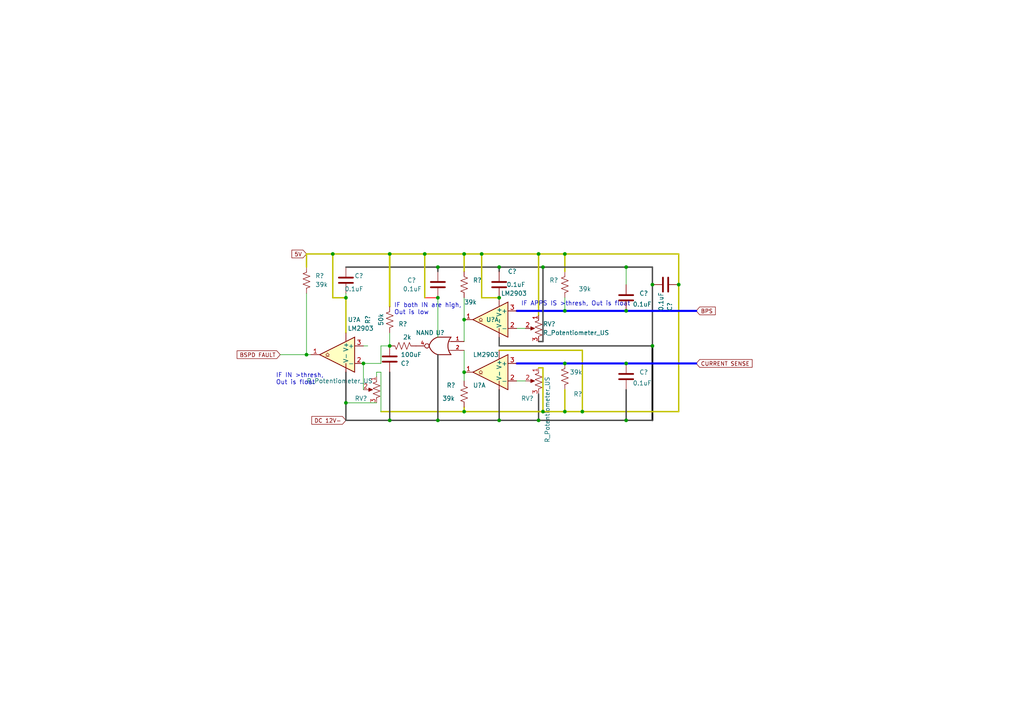
<source format=kicad_sch>
(kicad_sch (version 20211123) (generator eeschema)
  (paper "A4")
  (lib_symbols
    (symbol "74xGxx:74AHC1G02" (pin_names (offset 1.016))
      (property "Reference" "U" (at -2.54 3.81 0))
      (property "Value" "74AHC1G02" (at 0 -3.81 0))
      (symbol "74AHC1G02_0_1"
        (arc (start -3.81 -2.54) (mid -2.919 0) (end -3.81 2.54) (stroke (width 0.254)))
        (arc (start 0 -2.54) (mid 1.5993 -1.6027) (end 2.54 0) (stroke (width 0.254)))
        (polyline (pts (xy -3.81 -1.27) (xy -3.175 -1.27)))
        (polyline (pts (xy -3.81 1.27) (xy -3.175 1.27)))
        (polyline (pts (xy 0 -2.54) (xy -3.81 -2.54)) (stroke (width 0.254)) (fill (type background)))
        (polyline (pts (xy 0 2.54) (xy -3.81 2.54)) (stroke (width 0.254)) (fill (type background)))
        (arc (start 2.54 0) (mid 1.6119 1.6152) (end 0 2.54) (stroke (width 0.254)))
      )
      (symbol "74AHC1G02_1_1"
        (pin input line (at -7.62 1.27 0) (length 3.81) (name "~") (number "1"))
        (pin input line (at -7.62 -1.27 0) (length 3.81) (name "~") (number "2"))
        (pin power_in line (at 0 -2.54 270) (length 0) hide (name "GND") (number "3"))
        (pin output inverted (at 6.35 0 180) (length 3.81) (name "~") (number "4"))
        (pin power_in line (at 0 2.54 90) (length 0) hide (name "VCC") (number "5"))
      )
    )
    (symbol "Device:C" (pin_numbers hide) (pin_names (offset 0.254))
      (property "Reference" "C" (at 0.635 2.54 0))
      (property "Value" "C" (at 0.635 -2.54 0))
      (symbol "C_0_1"
        (polyline (pts (xy -2.032 -0.762) (xy 2.032 -0.762)) (stroke (width 0.508)))
        (polyline (pts (xy -2.032 0.762) (xy 2.032 0.762)) (stroke (width 0.508)))
      )
      (symbol "C_1_1"
        (pin passive line (at 0 3.81 270) (length 2.794) (name "~") (number "1"))
        (pin passive line (at 0 -3.81 90) (length 2.794) (name "~") (number "2"))
      )
    )
    (symbol "Device:R_Potentiometer_US" (pin_names (offset 1.016) hide)
      (property "Reference" "RV" (at -4.445 0 90))
      (property "Value" "R_Potentiometer_US" (at -2.54 0 90))
      (symbol "R_Potentiometer_US_0_1"
        (polyline (pts (xy 0 -2.286) (xy 0 -2.54)))
        (polyline (pts (xy 0 2.54) (xy 0 2.286)))
        (polyline (pts (xy 2.54 0) (xy 1.524 0)))
        (polyline (pts (xy 1.143 0) (xy 2.286 0.508) (xy 2.286 -0.508) (xy 1.143 0)) (fill (type outline)))
        (polyline (pts (xy 0 -0.762) (xy 1.016 -1.143) (xy 0 -1.524) (xy -1.016 -1.905) (xy 0 -2.286)))
        (polyline (pts (xy 0 0.762) (xy 1.016 0.381) (xy 0 0) (xy -1.016 -0.381) (xy 0 -0.762)))
        (polyline (pts (xy 0 2.286) (xy 1.016 1.905) (xy 0 1.524) (xy -1.016 1.143) (xy 0 0.762)))
      )
      (symbol "R_Potentiometer_US_1_1"
        (pin passive line (at 0 3.81 270) (length 1.27) (name "1") (number "1"))
        (pin passive line (at 3.81 0 180) (length 1.27) (name "2") (number "2"))
        (pin passive line (at 0 -3.81 90) (length 1.27) (name "3") (number "3"))
      )
    )
    (symbol "Device:R_US" (pin_numbers hide) (pin_names (offset 0))
      (property "Reference" "R" (at 2.54 0 90))
      (property "Value" "R_US" (at -2.54 0 90))
      (symbol "R_US_0_1"
        (polyline (pts (xy 0 -2.286) (xy 0 -2.54)))
        (polyline (pts (xy 0 2.286) (xy 0 2.54)))
        (polyline (pts (xy 0 -0.762) (xy 1.016 -1.143) (xy 0 -1.524) (xy -1.016 -1.905) (xy 0 -2.286)))
        (polyline (pts (xy 0 0.762) (xy 1.016 0.381) (xy 0 0) (xy -1.016 -0.381) (xy 0 -0.762)))
        (polyline (pts (xy 0 2.286) (xy 1.016 1.905) (xy 0 1.524) (xy -1.016 1.143) (xy 0 0.762)))
      )
      (symbol "R_US_1_1"
        (pin passive line (at 0 3.81 270) (length 1.27) (name "~") (number "1"))
        (pin passive line (at 0 -3.81 90) (length 1.27) (name "~") (number "2"))
      )
    )
    (symbol "FSAE DMS-23 Components:LM2903" (pin_names (offset 0.127))
      (property "Reference" "U" (at 3.81 3.81 0))
      (property "Value" "LM2903" (at 6.35 -3.81 0))
      (symbol "LM2903_0_0"
        (text "" (at -2.54 -5.08 0) (effects (font (size 1.27 1.27))))
      )
      (symbol "LM2903_1_1"
        (polyline (pts (xy -5.08 5.08) (xy 5.08 0) (xy -5.08 -5.08) (xy -5.08 5.08)) (stroke (width 0.254)) (fill (type background)))
        (polyline (pts (xy 3.302 -0.508) (xy 2.794 -0.508) (xy 3.302 0) (xy 2.794 0.508) (xy 2.286 0) (xy 2.794 -0.508) (xy 2.286 -0.508)) (stroke (width 0.127)))
        (pin input line (at -2.54 6.35 270) (length 2.54) (name "V+") (number ""))
        (pin input line (at -2.54 -5.08 90) (length 2.54) (name "V-") (number ""))
        (pin open_collector line (at 7.62 0 180) (length 2.54) (name "~") (number "1"))
        (pin input line (at -7.62 -2.54 0) (length 2.54) (name "-") (number "2"))
        (pin input line (at -7.62 2.54 0) (length 2.54) (name "+") (number "3"))
      )
      (symbol "LM2903_2_1"
        (polyline (pts (xy -5.08 5.08) (xy 5.08 0) (xy -5.08 -5.08) (xy -5.08 5.08)) (stroke (width 0.254)) (fill (type background)))
        (polyline (pts (xy 3.302 -0.508) (xy 2.794 -0.508) (xy 3.302 0) (xy 2.794 0.508) (xy 2.286 0) (xy 2.794 -0.508) (xy 2.286 -0.508)) (stroke (width 0.127)))
        (pin input line (at -7.62 2.54 0) (length 2.54) (name "+") (number "5"))
        (pin input line (at -7.62 -2.54 0) (length 2.54) (name "-") (number "6"))
        (pin open_collector line (at 7.62 0 180) (length 2.54) (name "~") (number "7"))
      )
      (symbol "LM2903_3_1"
        (pin power_in line (at -2.54 -7.62 90) (length 3.81) (name "V-") (number "4"))
        (pin power_in line (at -2.54 7.62 270) (length 3.81) (name "V+") (number "8"))
      )
    )
  )
  (junction (at 181.61 90.17))
  (junction (at 96.52 73.66))
  (junction (at 113.03 73.66))
  (junction (at 134.62 107.95))
  (junction (at 181.61 77.47))
  (junction (at 100.33 116.84))
  (junction (at 189.23 82.55))
  (junction (at 144.78 77.47))
  (junction (at 196.85 82.55))
  (junction (at 168.91 119.38))
  (junction (at 113.03 100.33))
  (junction (at 163.83 73.66))
  (junction (at 156.21 73.66))
  (junction (at 88.9 102.87))
  (junction (at 134.62 73.66))
  (junction (at 181.61 105.41))
  (junction (at 127 121.92))
  (junction (at 105.41 105.41))
  (junction (at 163.83 105.41))
  (junction (at 123.19 73.66))
  (junction (at 189.23 100.33))
  (junction (at 163.83 90.17))
  (junction (at 134.62 92.71))
  (junction (at 127 86.36))
  (junction (at 144.78 121.92))
  (junction (at 113.03 121.92))
  (junction (at 163.83 119.38))
  (junction (at 181.61 121.92))
  (junction (at 157.48 77.47))
  (junction (at 156.21 121.92))
  (junction (at 134.62 119.38))
  (junction (at 157.48 119.38))
  (junction (at 100.33 86.36))
  (junction (at 139.7 73.66))
  (junction (at 144.78 86.36))
  (junction (at 127 77.47))
  (wire (pts (xy 156.21 114.3) (xy 156.21 121.92)) (stroke (width 0.4) (color 72 72 72 1)))
  (wire (pts (xy 189.23 77.47) (xy 189.23 82.55)) (stroke (width 0.4) (color 72 72 72 1)))
  (wire (pts (xy 181.61 77.47) (xy 181.61 82.55)))
  (wire (pts (xy 181.61 105.41) (xy 201.93 105.41)) (stroke (width 0.6) (color 0 0 255 1)))
  (wire (pts (xy 100.33 86.36) (xy 100.33 85.09)))
  (wire (pts (xy 96.52 86.36) (xy 96.52 73.66)) (stroke (width 0.4) (color 194 194 0 1)))
  (wire (pts (xy 149.86 110.49) (xy 152.4 110.49)))
  (wire (pts (xy 134.62 119.38) (xy 157.48 119.38)) (stroke (width 0.4) (color 194 194 0 1)))
  (wire (pts (xy 96.52 73.66) (xy 113.03 73.66)) (stroke (width 0.4) (color 194 194 0 1)))
  (wire (pts (xy 100.33 116.84) (xy 109.22 116.84)))
  (wire (pts (xy 110.49 107.95) (xy 109.22 107.95)))
  (wire (pts (xy 113.03 73.66) (xy 113.03 88.9)) (stroke (width 0.5) (color 194 194 0 1)))
  (wire (pts (xy 123.19 86.36) (xy 123.19 73.66)) (stroke (width 0.4) (color 194 194 0 1)))
  (wire (pts (xy 88.9 85.09) (xy 88.9 102.87)))
  (wire (pts (xy 156.21 121.92) (xy 181.61 121.92)) (stroke (width 0.4) (color 72 72 72 1)))
  (wire (pts (xy 157.48 77.47) (xy 144.78 77.47)) (stroke (width 0.4) (color 72 72 72 1)))
  (wire (pts (xy 157.48 119.38) (xy 163.83 119.38)) (stroke (width 0.4) (color 194 194 0 1)))
  (wire (pts (xy 81.28 102.87) (xy 88.9 102.87)))
  (wire (pts (xy 110.49 100.33) (xy 113.03 100.33)))
  (wire (pts (xy 168.91 119.38) (xy 196.85 119.38)) (stroke (width 0.4) (color 194 194 0 1)))
  (wire (pts (xy 196.85 73.66) (xy 196.85 82.55)) (stroke (width 0.4) (color 194 194 0 1)))
  (wire (pts (xy 163.83 113.03) (xy 163.83 119.38)) (stroke (width 0.4) (color 194 194 0 1)))
  (wire (pts (xy 113.03 107.95) (xy 113.03 121.92)) (stroke (width 0.4) (color 72 72 72 1)))
  (wire (pts (xy 127 86.36) (xy 127 97.79)))
  (wire (pts (xy 163.83 119.38) (xy 168.91 119.38)) (stroke (width 0.4) (color 194 194 0 1)))
  (wire (pts (xy 149.86 95.25) (xy 152.4 95.25)))
  (wire (pts (xy 156.21 106.68) (xy 157.48 106.68)) (stroke (width 0.4) (color 194 194 0 1)))
  (wire (pts (xy 181.61 77.47) (xy 157.48 77.47)) (stroke (width 0.4) (color 72 72 72 1)))
  (wire (pts (xy 100.33 86.36) (xy 100.33 96.52)) (stroke (width 0.4) (color 194 194 0 1)))
  (wire (pts (xy 139.7 86.36) (xy 139.7 73.66)) (stroke (width 0.4) (color 194 194 0 1)))
  (wire (pts (xy 110.49 105.41) (xy 110.49 100.33)))
  (wire (pts (xy 156.21 99.06) (xy 157.48 99.06)) (stroke (width 0.4) (color 72 72 72 1)))
  (wire (pts (xy 157.48 106.68) (xy 157.48 119.38)) (stroke (width 0.4) (color 194 194 0 1)))
  (wire (pts (xy 127 86.36) (xy 123.19 86.36)) (stroke (width 0.25) (color 255 0 0 1)))
  (wire (pts (xy 163.83 90.17) (xy 181.61 90.17)) (stroke (width 0.6) (color 0 0 255 1)))
  (wire (pts (xy 88.9 102.87) (xy 90.17 102.87)))
  (wire (pts (xy 181.61 113.03) (xy 181.61 121.92)) (stroke (width 0.4) (color 72 72 72 1)))
  (wire (pts (xy 105.41 105.41) (xy 110.49 105.41)))
  (wire (pts (xy 134.62 92.71) (xy 134.62 99.06)))
  (wire (pts (xy 100.33 116.84) (xy 100.33 121.92)) (stroke (width 0.4) (color 72 72 72 1)))
  (wire (pts (xy 181.61 121.92) (xy 189.23 121.92)) (stroke (width 0.4) (color 72 72 72 1)))
  (wire (pts (xy 134.62 107.95) (xy 134.62 110.49)))
  (wire (pts (xy 168.91 101.6) (xy 168.91 119.38)) (stroke (width 0.4) (color 194 194 0 1)))
  (wire (pts (xy 88.9 73.66) (xy 96.52 73.66)) (stroke (width 0.4) (color 194 194 0 1)))
  (wire (pts (xy 105.41 100.33) (xy 106.68 100.33)))
  (wire (pts (xy 100.33 121.92) (xy 113.03 121.92)) (stroke (width 0.4) (color 72 72 72 1)))
  (wire (pts (xy 110.49 119.38) (xy 110.49 107.95)))
  (wire (pts (xy 156.21 73.66) (xy 156.21 91.44)) (stroke (width 0.4) (color 194 194 0 1)))
  (wire (pts (xy 134.62 118.11) (xy 134.62 119.38)) (stroke (width 0.4) (color 194 194 0 1)))
  (wire (pts (xy 127 102.87) (xy 127 121.92)) (stroke (width 0.4) (color 72 72 72 1)))
  (wire (pts (xy 113.03 96.52) (xy 113.03 100.33)))
  (wire (pts (xy 109.22 107.95) (xy 109.22 109.22)))
  (wire (pts (xy 134.62 86.36) (xy 134.62 92.71)))
  (wire (pts (xy 149.86 105.41) (xy 163.83 105.41)) (stroke (width 0.6) (color 0 0 255 1)))
  (wire (pts (xy 163.83 105.41) (xy 181.61 105.41)) (stroke (width 0.6) (color 0 0 255 1)))
  (wire (pts (xy 156.21 73.66) (xy 163.83 73.66)) (stroke (width 0.4) (color 194 194 0 1)))
  (wire (pts (xy 134.62 119.38) (xy 110.49 119.38)) (stroke (width 0.4) (color 194 194 0 1)))
  (wire (pts (xy 100.33 86.36) (xy 96.52 86.36)) (stroke (width 0.4) (color 194 194 0 1)))
  (wire (pts (xy 163.83 73.66) (xy 163.83 78.74)) (stroke (width 0.4) (color 194 194 0 1)))
  (wire (pts (xy 139.7 73.66) (xy 156.21 73.66)) (stroke (width 0.4) (color 194 194 0 1)))
  (wire (pts (xy 123.19 73.66) (xy 134.62 73.66)) (stroke (width 0.4) (color 194 194 0 1)))
  (wire (pts (xy 196.85 82.55) (xy 196.85 119.38)) (stroke (width 0.4) (color 194 194 0 1)))
  (wire (pts (xy 113.03 121.92) (xy 127 121.92)) (stroke (width 0.4) (color 72 72 72 1)))
  (wire (pts (xy 144.78 97.79) (xy 144.78 100.33)) (stroke (width 0.25) (color 0 0 0 1)))
  (wire (pts (xy 144.78 113.03) (xy 144.78 121.92)) (stroke (width 0.4) (color 72 72 72 1)))
  (wire (pts (xy 189.23 77.47) (xy 181.61 77.47)) (stroke (width 0.4) (color 72 72 72 1)))
  (wire (pts (xy 189.23 100.33) (xy 189.23 121.92)) (stroke (width 0.5) (color 0 0 0 1)))
  (wire (pts (xy 157.48 99.06) (xy 157.48 77.47)) (stroke (width 0.4) (color 72 72 72 1)))
  (wire (pts (xy 144.78 121.92) (xy 156.21 121.92)) (stroke (width 0.4) (color 72 72 72 1)))
  (wire (pts (xy 113.03 73.66) (xy 123.19 73.66)) (stroke (width 0.4) (color 194 194 0 1)))
  (wire (pts (xy 100.33 107.95) (xy 100.33 116.84)) (stroke (width 0.4) (color 72 72 72 1)))
  (wire (pts (xy 105.41 113.03) (xy 105.41 105.41)))
  (wire (pts (xy 127 77.47) (xy 100.33 77.47)) (stroke (width 0.4) (color 72 72 72 1)))
  (wire (pts (xy 127 121.92) (xy 144.78 121.92)) (stroke (width 0.4) (color 72 72 72 1)))
  (wire (pts (xy 149.86 90.17) (xy 163.83 90.17)) (stroke (width 0.6) (color 0 0 255 1)))
  (wire (pts (xy 163.83 86.36) (xy 163.83 90.17)))
  (wire (pts (xy 88.9 77.47) (xy 88.9 73.66)) (stroke (width 0.4) (color 194 194 0 1)))
  (wire (pts (xy 163.83 73.66) (xy 196.85 73.66)) (stroke (width 0.4) (color 194 194 0 1)))
  (wire (pts (xy 134.62 101.6) (xy 134.62 107.95)))
  (wire (pts (xy 144.78 86.36) (xy 139.7 86.36)) (stroke (width 0.4) (color 194 194 0 1)))
  (wire (pts (xy 134.62 73.66) (xy 139.7 73.66)) (stroke (width 0.4) (color 194 194 0 1)))
  (wire (pts (xy 181.61 90.17) (xy 201.93 90.17)) (stroke (width 0.6) (color 0 0 255 1)))
  (wire (pts (xy 144.78 100.33) (xy 189.23 100.33)) (stroke (width 0.4) (color 72 72 72 1)))
  (wire (pts (xy 134.62 73.66) (xy 134.62 78.74)) (stroke (width 0.4) (color 194 194 0 1)))
  (wire (pts (xy 144.78 101.6) (xy 168.91 101.6)) (stroke (width 0.4) (color 194 194 0 1)))
  (wire (pts (xy 144.78 77.47) (xy 144.78 78.74)) (stroke (width 0.4) (color 72 72 72 1)))
  (wire (pts (xy 127 77.47) (xy 127 78.74)) (stroke (width 0.4) (color 72 72 72 1)))
  (wire (pts (xy 144.78 77.47) (xy 127 77.47)) (stroke (width 0.4) (color 72 72 72 1)))
  (wire (pts (xy 189.23 82.55) (xy 189.23 100.33)) (stroke (width 0.4) (color 72 72 72 1)))
  (text "IF both IN are high,\nOut is low" (at 114.3 91.44 0) (effects (font (size 1.27 1.27)) (justify left bottom)))
  (text "IF IN >thresh,\nOut is float" (at 80.01 111.76 0) (effects (font (size 1.27 1.27)) (justify left bottom)))
  (text "IF APPS IS >thresh, Out is float" (at 151.13 88.9 0) (effects (font (size 1.27 1.27)) (justify left bottom)))
  (global_label "5V" (shape input) (at 88.9 73.66 180) (effects (font (size 1.143 1.143))) (property "Intersheet References" "${INTERSHEET_REFS}" (effects hide)))
  (global_label "BPS" (shape input) (at 201.93 90.17 0) (effects (font (size 1.143 1.143))) (property "Intersheet References" "${INTERSHEET_REFS}" (effects hide)))
  (global_label "BSPD FAULT" (shape input) (at 81.28 102.87 180) (effects (font (size 1.143 1.143))) (property "Intersheet References" "${INTERSHEET_REFS}" (effects hide)))
  (global_label "DC 12V-" (shape input) (at 100.33 121.92 180) (effects (font (size 1.143 1.143))) (property "Intersheet References" "${INTERSHEET_REFS}" (effects hide)))
  (global_label "CURRENT SENSE" (shape input) (at 201.93 105.41 0) (effects (font (size 1.143 1.143))) (property "Intersheet References" "${INTERSHEET_REFS}" (effects hide)))
  (symbol (lib_id "Device:C") (at 127 82.55 0) (mirror y) (unit 1)
    (property "Reference" "C?" (at 118.11 81.28 0) (effects (justify right)))
    (property "Value" "0.1uF" (at 116.84 83.82 0) (effects (justify right)))
    (property "Footprint" "Capacitor_THT:C_Rect_L7.0mm_W3.5mm_P5.00mm" (effects hide))
  )
  (symbol (lib_id "FSAE DMS-23 Components:LM2903") (at 142.24 92.71 0) (mirror y) (unit 1)
    (property "Reference" "U?" (at 140.97 92.71 0) (effects (justify right)))
    (property "Value" "LM2903" (at 145.3006 85.09 0) (effects (justify right)))
    (property "Datasheet" "http://www.ti.com/lit/ds/symlink/lm393.pdf" (effects hide))
  )
  (symbol (lib_id "74xGxx:74AHC1G02") (at 127 100.33 0) (mirror y) (unit 1)
    (property "Reference" "U?" (at 127.635 96.52 0))
    (property "Value" "NAND" (at 123.19 96.52 0))
    (property "Footprint" "New_BSPD:74AHC1G02W5-7" (effects hide))
    (property "Datasheet" "http://www.ti.com/lit/sg/scyt129e/scyt129e.pdf" (effects hide))
  )
  (symbol (lib_id "FSAE DMS-23 Components:LM2903") (at 142.24 107.95 0) (mirror y) (unit 1)
    (property "Reference" "U?" (at 137.16 111.76 0) (effects (justify right)))
    (property "Value" "LM2903" (at 137.16 102.87 0) (effects (justify right)))
    (property "Datasheet" "http://www.ti.com/lit/ds/symlink/lm393.pdf" (effects hide))
  )
  (symbol (lib_id "Device:C") (at 144.78 82.55 0) (mirror y) (unit 1)
    (property "Reference" "C?" (at 149.86 78.74 0) (effects (justify left)))
    (property "Value" "0.1uF" (at 152.4 82.55 0) (effects (justify left)))
    (property "Footprint" "Capacitor_THT:C_Rect_L7.0mm_W3.5mm_P5.00mm" (effects hide))
  )
  (symbol (lib_id "Device:R_US") (at 134.62 82.55 0) (unit 1)
    (property "Reference" "R?" (at 137.16 81.2799 0) (effects (justify left)))
    (property "Value" "39k" (at 134.62 87.63 0) (effects (justify left)))
    (property "Footprint" "Resistor_THT:R_Axial_DIN0204_L3.6mm_D1.6mm_P5.08mm_Horizontal" (effects hide))
  )
  (symbol (lib_id "Device:R_US") (at 116.84 100.33 270) (mirror x) (unit 1)
    (property "Reference" "R?" (at 116.84 93.98 90))
    (property "Value" "2k" (at 118.11 97.79 90))
    (property "Footprint" "Resistor_THT:R_Axial_DIN0204_L3.6mm_D1.6mm_P5.08mm_Horizontal" (effects hide))
  )
  (symbol (lib_id "Device:C") (at 181.61 86.36 0) (unit 1)
    (property "Reference" "C?" (at 185.42 85.0899 0) (effects (justify left)))
    (property "Value" "0.1uF" (at 183.515 88.265 0) (effects (justify left)))
    (property "Footprint" "Capacitor_THT:C_Rect_L7.0mm_W3.5mm_P5.00mm" (effects hide))
  )
  (symbol (lib_id "Device:C") (at 181.61 109.22 0) (unit 1)
    (property "Reference" "C?" (at 185.42 107.9499 0) (effects (justify left)))
    (property "Value" "0.1uF" (at 183.515 111.125 0) (effects (justify left)))
    (property "Footprint" "Capacitor_THT:C_Rect_L7.0mm_W3.5mm_P5.00mm" (effects hide))
  )
  (symbol (lib_id "Device:R_US") (at 88.9 81.28 0) (mirror y) (unit 1)
    (property "Reference" "R?" (at 91.44 80.0099 0) (effects (justify right)))
    (property "Value" "39k" (at 91.44 82.5499 0) (effects (justify right)))
    (property "Footprint" "Resistor_THT:R_Axial_DIN0204_L3.6mm_D1.6mm_P5.08mm_Horizontal" (effects hide))
  )
  (symbol (lib_id "Device:R_US") (at 163.83 109.22 0) (mirror y) (unit 1)
    (property "Reference" "R?" (at 168.91 114.3 0) (effects (justify left)))
    (property "Value" "39k" (at 168.91 107.95 0) (effects (justify left)))
    (property "Footprint" "Resistor_THT:R_Axial_DIN0204_L3.6mm_D1.6mm_P5.08mm_Horizontal" (effects hide))
  )
  (symbol (lib_id "Device:R_Potentiometer_US") (at 156.21 95.25 0) (mirror y) (unit 1)
    (property "Reference" "RV?" (at 157.48 93.98 0) (effects (justify right)))
    (property "Value" "R_Potentiometer_US" (at 157.48 96.52 0) (effects (justify right)))
    (property "Footprint" "New_BSPD:3296W-1-332LF (3.3k ohm potentiometer)" (effects hide))
  )
  (symbol (lib_id "Device:R_Potentiometer_US") (at 109.22 113.03 0) (mirror y) (unit 1)
    (property "Reference" "RV?" (at 102.87 115.57 0) (effects (justify right)))
    (property "Value" "R_Potentiometer_US" (at 88.9 110.49 0) (effects (justify right)))
    (property "Footprint" "New_BSPD:3296W-1-332LF (3.3k ohm potentiometer)" (effects hide))
  )
  (symbol (lib_id "Device:C") (at 193.04 82.55 270) (mirror x) (unit 1)
    (property "Reference" "C?" (at 194.2592 90.2208 0) (effects (justify left)))
    (property "Value" "0.1uF" (at 191.7192 90.2208 0) (effects (justify left)))
    (property "Footprint" "Capacitor_THT:C_Rect_L7.0mm_W3.5mm_P5.00mm" (effects hide))
  )
  (symbol (lib_id "Device:R_Potentiometer_US") (at 156.21 110.49 0) (mirror y) (unit 1)
    (property "Reference" "RV?" (at 151.13 115.57 0) (effects (justify right)))
    (property "Value" "R_Potentiometer_US" (at 158.75 109.22 90) (effects (justify right)))
    (property "Footprint" "New_BSPD:3296W-1-332LF (3.3k ohm potentiometer)" (effects hide))
  )
  (symbol (lib_id "Device:R_US") (at 134.62 114.3 0) (unit 1)
    (property "Reference" "R?" (at 129.54 111.76 0) (effects (justify left)))
    (property "Value" "39k" (at 128.27 115.57 0) (effects (justify left)))
    (property "Footprint" "Resistor_THT:R_Axial_DIN0204_L3.6mm_D1.6mm_P5.08mm_Horizontal" (effects hide))
  )
  (symbol (lib_id "Device:C") (at 100.33 81.28 0) (mirror y) (unit 1)
    (property "Reference" "C?" (at 105.41 80.01 0) (effects (justify left)))
    (property "Value" "0.1uF" (at 105.41 83.82 0) (effects (justify left)))
    (property "Footprint" "Capacitor_THT:C_Rect_L7.0mm_W3.5mm_P5.00mm" (effects hide))
  )
  (symbol (lib_id "FSAE DMS-23 Components:LM2903") (at 97.79 102.87 0) (mirror y) (unit 1)
    (property "Reference" "U?" (at 100.8506 92.71 0) (effects (justify right)))
    (property "Value" "LM2903" (at 100.8506 95.25 0) (effects (justify right)))
    (property "Datasheet" "http://www.ti.com/lit/ds/symlink/lm393.pdf" (effects hide))
  )
  (symbol (lib_id "Device:R_US") (at 113.03 92.71 0) (mirror y) (unit 1)
    (property "Reference" "R?" (at 106.68 92.71 90))
    (property "Value" "50k" (at 110.49 92.71 90))
    (property "Footprint" "Resistor_THT:R_Axial_DIN0204_L3.6mm_D1.6mm_P5.08mm_Horizontal" (effects hide))
  )
  (symbol (lib_id "Device:R_US") (at 163.83 82.55 0) (mirror y) (unit 1)
    (property "Reference" "R?" (at 161.925 81.2799 0) (effects (justify left)))
    (property "Value" "39k" (at 171.45 83.82 0) (effects (justify left)))
    (property "Footprint" "Resistor_THT:R_Axial_DIN0204_L3.6mm_D1.6mm_P5.08mm_Horizontal" (effects hide))
  )
  (symbol (lib_id "Device:C") (at 113.03 104.14 0) (mirror x) (unit 1)
    (property "Reference" "C?" (at 116.205 105.4101 0) (effects (justify left)))
    (property "Value" "100uF" (at 116.205 102.8701 0) (effects (justify left)))
    (property "Footprint" "Capacitor_THT:C_Rect_L7.5mm_W6.5mm_P5.00mm" (effects hide))
  )
)
</source>
